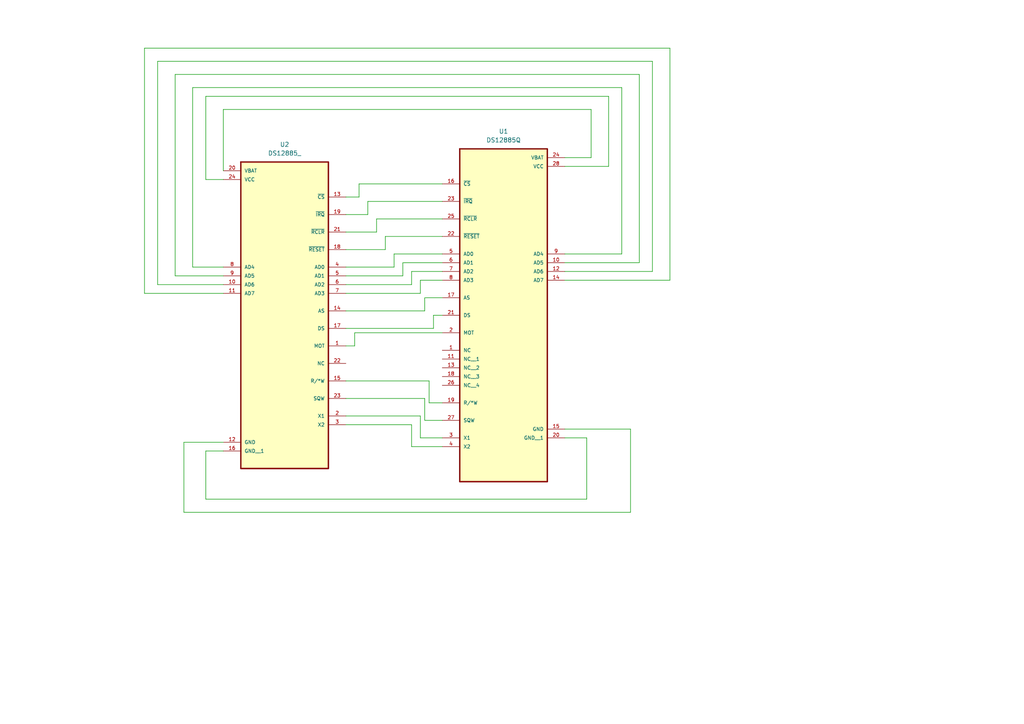
<source format=kicad_sch>
(kicad_sch (version 20231120) (generator "eeschema") (generator_version "8.0")
  (paper "A4")
  (lib_symbols
    (symbol "DS12885_:DS12885Q" (pin_names (offset 1.016))
      (property "Reference" "U" (at -12.7 44.18 0))
      (property "Value" "DS12885Q" (at -12.7 -57.34 0))
      (symbol "DS12885Q_0_0"
        (rectangle (start -12.7 -53.34) (end 12.7 43.18) (stroke (width 0.41)) (fill (type background)))
        (pin bidirectional line (at -17.78 -15.24 0) (length 5.08) (name "NC") (number "1"))
        (pin bidirectional line (at 17.78 10.16 180) (length 5.08) (name "AD5") (number "10"))
        (pin bidirectional line (at -17.78 -17.78 0) (length 5.08) (name "NC__1") (number "11"))
        (pin bidirectional line (at 17.78 7.62 180) (length 5.08) (name "AD6") (number "12"))
        (pin bidirectional line (at -17.78 -20.32 0) (length 5.08) (name "NC__2") (number "13"))
        (pin bidirectional line (at 17.78 5.08 180) (length 5.08) (name "AD7") (number "14"))
        (pin power_in line (at 17.78 -38.1 180) (length 5.08) (name "GND") (number "15"))
        (pin bidirectional line (at -17.78 33.02 0) (length 5.08) (name "~{CS}") (number "16"))
        (pin bidirectional line (at -17.78 0 0) (length 5.08) (name "AS") (number "17"))
        (pin bidirectional line (at -17.78 -22.86 0) (length 5.08) (name "NC__3") (number "18"))
        (pin bidirectional line (at -17.78 -30.48 0) (length 5.08) (name "R/*W") (number "19"))
        (pin bidirectional line (at -17.78 -10.16 0) (length 5.08) (name "MOT") (number "2"))
        (pin power_in line (at 17.78 -40.64 180) (length 5.08) (name "GND__1") (number "20"))
        (pin bidirectional line (at -17.78 -5.08 0) (length 5.08) (name "DS") (number "21"))
        (pin bidirectional line (at -17.78 17.78 0) (length 5.08) (name "~{RESET}") (number "22"))
        (pin bidirectional line (at -17.78 27.94 0) (length 5.08) (name "~{IRQ}") (number "23"))
        (pin power_in line (at 17.78 40.64 180) (length 5.08) (name "VBAT") (number "24"))
        (pin bidirectional line (at -17.78 22.86 0) (length 5.08) (name "~{RCLR}") (number "25"))
        (pin bidirectional line (at -17.78 -25.4 0) (length 5.08) (name "NC__4") (number "26"))
        (pin bidirectional line (at -17.78 -35.56 0) (length 5.08) (name "SQW") (number "27"))
        (pin power_in line (at 17.78 38.1 180) (length 5.08) (name "VCC") (number "28"))
        (pin bidirectional line (at -17.78 -40.64 0) (length 5.08) (name "X1") (number "3"))
        (pin bidirectional line (at -17.78 -43.18 0) (length 5.08) (name "X2") (number "4"))
        (pin bidirectional line (at -17.78 12.7 0) (length 5.08) (name "AD0") (number "5"))
        (pin bidirectional line (at -17.78 10.16 0) (length 5.08) (name "AD1") (number "6"))
        (pin bidirectional line (at -17.78 7.62 0) (length 5.08) (name "AD2") (number "7"))
        (pin bidirectional line (at -17.78 5.08 0) (length 5.08) (name "AD3") (number "8"))
        (pin bidirectional line (at 17.78 12.7 180) (length 5.08) (name "AD4") (number "9"))
      )
    )
    (symbol "DS12885_:DS12885_" (pin_names (offset 1.016))
      (property "Reference" "U" (at -12.7 44.18 0))
      (property "Value" "DS12885_" (at -12.7 -49.72 0))
      (symbol "DS12885__0_0"
        (rectangle (start -12.7 -45.72) (end 12.7 43.18) (stroke (width 0.41)) (fill (type background)))
        (pin bidirectional line (at -17.78 -10.16 0) (length 5.08) (name "MOT") (number "1"))
        (pin bidirectional line (at 17.78 7.62 180) (length 5.08) (name "AD6") (number "10"))
        (pin bidirectional line (at 17.78 5.08 180) (length 5.08) (name "AD7") (number "11"))
        (pin power_in line (at 17.78 -38.1 180) (length 5.08) (name "GND") (number "12"))
        (pin bidirectional line (at -17.78 33.02 0) (length 5.08) (name "~{CS}") (number "13"))
        (pin bidirectional line (at -17.78 0 0) (length 5.08) (name "AS") (number "14"))
        (pin bidirectional line (at -17.78 -20.32 0) (length 5.08) (name "R/*W") (number "15"))
        (pin power_in line (at 17.78 -40.64 180) (length 5.08) (name "GND__1") (number "16"))
        (pin bidirectional line (at -17.78 -5.08 0) (length 5.08) (name "DS") (number "17"))
        (pin bidirectional line (at -17.78 17.78 0) (length 5.08) (name "~{RESET}") (number "18"))
        (pin bidirectional line (at -17.78 27.94 0) (length 5.08) (name "~{IRQ}") (number "19"))
        (pin bidirectional line (at -17.78 -30.48 0) (length 5.08) (name "X1") (number "2"))
        (pin power_in line (at 17.78 40.64 180) (length 5.08) (name "VBAT") (number "20"))
        (pin bidirectional line (at -17.78 22.86 0) (length 5.08) (name "~{RCLR}") (number "21"))
        (pin bidirectional line (at -17.78 -15.24 0) (length 5.08) (name "NC") (number "22"))
        (pin bidirectional line (at -17.78 -25.4 0) (length 5.08) (name "SQW") (number "23"))
        (pin power_in line (at 17.78 38.1 180) (length 5.08) (name "VCC") (number "24"))
        (pin bidirectional line (at -17.78 -33.02 0) (length 5.08) (name "X2") (number "3"))
        (pin bidirectional line (at -17.78 12.7 0) (length 5.08) (name "AD0") (number "4"))
        (pin bidirectional line (at -17.78 10.16 0) (length 5.08) (name "AD1") (number "5"))
        (pin bidirectional line (at -17.78 7.62 0) (length 5.08) (name "AD2") (number "6"))
        (pin bidirectional line (at -17.78 5.08 0) (length 5.08) (name "AD3") (number "7"))
        (pin bidirectional line (at 17.78 12.7 180) (length 5.08) (name "AD4") (number "8"))
        (pin bidirectional line (at 17.78 10.16 180) (length 5.08) (name "AD5") (number "9"))
      )
    )
  )
  (wire (pts (xy 102.87 96.52) (xy 102.87 100.33)))
  (wire (pts (xy 64.77 49.53) (xy 64.77 31.75)))
  (wire (pts (xy 41.91 13.97) (xy 194.31 13.97)))
  (wire (pts (xy 182.88 148.59) (xy 182.88 124.46)))
  (wire (pts (xy 109.22 63.5) (xy 128.27 63.5)))
  (wire (pts (xy 180.34 73.66) (xy 163.83 73.66)))
  (wire (pts (xy 180.34 25.4) (xy 180.34 73.66)))
  (wire (pts (xy 194.31 81.28) (xy 163.83 81.28)))
  (wire (pts (xy 102.87 100.33) (xy 100.33 100.33)))
  (wire (pts (xy 100.33 57.15) (xy 104.14 57.15)))
  (wire (pts (xy 100.33 82.55) (xy 119.38 82.55)))
  (wire (pts (xy 100.33 95.25) (xy 125.73 95.25)))
  (wire (pts (xy 64.77 85.09) (xy 41.91 85.09)))
  (wire (pts (xy 64.77 128.27) (xy 53.34 128.27)))
  (wire (pts (xy 111.76 72.39) (xy 111.76 68.58)))
  (wire (pts (xy 64.77 52.07) (xy 59.69 52.07)))
  (wire (pts (xy 109.22 67.31) (xy 109.22 63.5)))
  (wire (pts (xy 170.18 144.78) (xy 170.18 127)))
  (wire (pts (xy 64.77 130.81) (xy 59.69 130.81)))
  (wire (pts (xy 64.77 31.75) (xy 171.45 31.75)))
  (wire (pts (xy 59.69 144.78) (xy 170.18 144.78)))
  (wire (pts (xy 41.91 85.09) (xy 41.91 13.97)))
  (wire (pts (xy 59.69 52.07) (xy 59.69 27.94)))
  (wire (pts (xy 111.76 68.58) (xy 128.27 68.58)))
  (wire (pts (xy 100.33 110.49) (xy 124.46 110.49)))
  (wire (pts (xy 55.88 25.4) (xy 180.34 25.4)))
  (wire (pts (xy 53.34 128.27) (xy 53.34 148.59)))
  (wire (pts (xy 121.92 120.65) (xy 121.92 127)))
  (wire (pts (xy 106.68 58.42) (xy 128.27 58.42)))
  (wire (pts (xy 121.92 85.09) (xy 121.92 81.28)))
  (wire (pts (xy 124.46 116.84) (xy 128.27 116.84)))
  (wire (pts (xy 176.53 48.26) (xy 163.83 48.26)))
  (wire (pts (xy 123.19 115.57) (xy 123.19 121.92)))
  (wire (pts (xy 114.3 73.66) (xy 128.27 73.66)))
  (wire (pts (xy 106.68 62.23) (xy 106.68 58.42)))
  (wire (pts (xy 100.33 123.19) (xy 119.38 123.19)))
  (wire (pts (xy 123.19 121.92) (xy 128.27 121.92)))
  (wire (pts (xy 100.33 85.09) (xy 121.92 85.09)))
  (wire (pts (xy 55.88 77.47) (xy 55.88 25.4)))
  (wire (pts (xy 189.23 17.78) (xy 189.23 78.74)))
  (wire (pts (xy 64.77 80.01) (xy 50.8 80.01)))
  (wire (pts (xy 59.69 130.81) (xy 59.69 144.78)))
  (wire (pts (xy 100.33 90.17) (xy 123.19 90.17)))
  (wire (pts (xy 100.33 62.23) (xy 106.68 62.23)))
  (wire (pts (xy 128.27 96.52) (xy 102.87 96.52)))
  (wire (pts (xy 100.33 77.47) (xy 114.3 77.47)))
  (wire (pts (xy 100.33 120.65) (xy 121.92 120.65)))
  (wire (pts (xy 50.8 80.01) (xy 50.8 21.59)))
  (wire (pts (xy 114.3 77.47) (xy 114.3 73.66)))
  (wire (pts (xy 182.88 124.46) (xy 163.83 124.46)))
  (wire (pts (xy 64.77 77.47) (xy 55.88 77.47)))
  (wire (pts (xy 163.83 45.72) (xy 171.45 45.72)))
  (wire (pts (xy 45.72 17.78) (xy 189.23 17.78)))
  (wire (pts (xy 100.33 80.01) (xy 116.84 80.01)))
  (wire (pts (xy 119.38 123.19) (xy 119.38 129.54)))
  (wire (pts (xy 119.38 78.74) (xy 128.27 78.74)))
  (wire (pts (xy 125.73 91.44) (xy 128.27 91.44)))
  (wire (pts (xy 104.14 53.34) (xy 128.27 53.34)))
  (wire (pts (xy 176.53 27.94) (xy 176.53 48.26)))
  (wire (pts (xy 171.45 31.75) (xy 171.45 45.72)))
  (wire (pts (xy 64.77 82.55) (xy 45.72 82.55)))
  (wire (pts (xy 125.73 95.25) (xy 125.73 91.44)))
  (wire (pts (xy 189.23 78.74) (xy 163.83 78.74)))
  (wire (pts (xy 119.38 82.55) (xy 119.38 78.74)))
  (wire (pts (xy 45.72 82.55) (xy 45.72 17.78)))
  (wire (pts (xy 104.14 57.15) (xy 104.14 53.34)))
  (wire (pts (xy 116.84 80.01) (xy 116.84 76.2)))
  (wire (pts (xy 100.33 72.39) (xy 111.76 72.39)))
  (wire (pts (xy 185.42 76.2) (xy 163.83 76.2)))
  (wire (pts (xy 123.19 90.17) (xy 123.19 86.36)))
  (wire (pts (xy 53.34 148.59) (xy 182.88 148.59)))
  (wire (pts (xy 170.18 127) (xy 163.83 127)))
  (wire (pts (xy 119.38 129.54) (xy 128.27 129.54)))
  (wire (pts (xy 59.69 27.94) (xy 176.53 27.94)))
  (wire (pts (xy 123.19 86.36) (xy 128.27 86.36)))
  (wire (pts (xy 100.33 67.31) (xy 109.22 67.31)))
  (wire (pts (xy 121.92 81.28) (xy 128.27 81.28)))
  (wire (pts (xy 185.42 21.59) (xy 185.42 76.2)))
  (wire (pts (xy 50.8 21.59) (xy 185.42 21.59)))
  (wire (pts (xy 121.92 127) (xy 128.27 127)))
  (wire (pts (xy 124.46 110.49) (xy 124.46 116.84)))
  (wire (pts (xy 194.31 13.97) (xy 194.31 81.28)))
  (wire (pts (xy 116.84 76.2) (xy 128.27 76.2)))
  (wire (pts (xy 100.33 115.57) (xy 123.19 115.57)))
  (symbol (lib_id "DS12885_:DS12885Q") (at 146.05 86.36 0) (unit 1)
    (property "Reference" "U1" (at 146.05 38.1 0))
    (property "Value" "DS12885Q" (at 146.05 40.64 0))
    (property "Footprint" "DS12885Q:PLCC127P1244X1244X457-28N" (effects (hide yes)))
  )
  (symbol (lib_id "DS12885_:DS12885_") (at 82.55 90.17 0) (mirror y) (unit 1)
    (property "Reference" "U2" (at 82.55 41.91 0))
    (property "Value" "DS12885_" (at 82.55 44.45 0))
    (property "Footprint" "DS12885_:DIP1524W46P254L3226H508Q24" (effects (hide yes)))
  )
)
</source>
